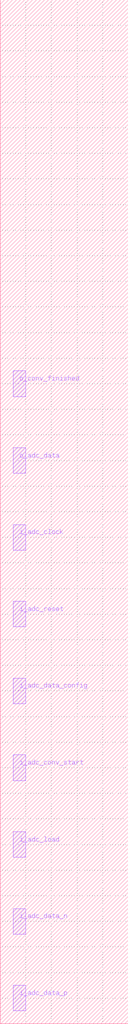
<source format=lef>
MACRO adc_module
  CLASS BLOCK ;
  FOREIGN adc_module ;
  ORIGIN 0.0 0.0 ;
  SIZE 50.0 BY 400.0 ;
  
  PIN i_adc_data_p
    DIRECTION INPUT ;
    USE SIGNAL ;
    ANTENNAGATEAREA 0.20 ;
    PORT
      LAYER met3 ;
      RECT 5.0 5.0 10.0 15.0 ;
    END
  END i_adc_data_p

  PIN i_adc_data_n
    DIRECTION INPUT ;
    USE SIGNAL ;
    ANTENNAGATEAREA 0.20 ;
    PORT
      LAYER met3 ;
      RECT 5.0 35.0 10.0 45.0 ;
    END
  END i_adc_data_n

  PIN i_adc_load
    DIRECTION INPUT ;
    USE SIGNAL ;
    ANTENNAGATEAREA 0.20 ;
    PORT
      LAYER met3 ;
      RECT 5.0 65.0 10.0 75.0 ;
    END
  END i_adc_load

  PIN i_adc_conv_start
    DIRECTION INPUT ;
    USE SIGNAL ;
    ANTENNAGATEAREA 0.20 ;
    PORT
      LAYER met3 ;
      RECT 5.0 95.0 10.0 105.0 ;
    END
  END i_adc_conv_start

  PIN i_adc_data_config
    DIRECTION INPUT ;
    USE SIGNAL ;
    ANTENNAGATEAREA 0.20 ;
    PORT
      LAYER met3 ;
      RECT 5.0 125.0 10.0 135.0 ;
    END
  END i_adc_data_config

  PIN i_adc_reset
    DIRECTION INPUT ;
    USE SIGNAL ;
    ANTENNAGATEAREA 0.20 ;
    PORT
      LAYER met3 ;
      RECT 5.0 155.0 10.0 165.0 ;
    END
  END i_adc_reset

  PIN i_adc_clock
    DIRECTION INPUT ;
    USE SIGNAL ;
    ANTENNAGATEAREA 0.20 ;
    PORT
      LAYER met3 ;
      RECT 5.0 185.0 10.0 195.0 ;
    END
  END i_adc_clock

  PIN o_adc_data
    DIRECTION OUTPUT ;
    USE SIGNAL ;
    ANTENNAGATEAREA 0.20 ;
    PORT
      LAYER met3 ;
      RECT 5.0 215.0 10.0 225.0 ;
    END
  END o_adc_data

  PIN o_conv_finished
    DIRECTION OUTPUT ;
    USE SIGNAL ;
    ANTENNAGATEAREA 0.20 ;
    PORT
      LAYER met3 ;
      RECT 5.0 245.0 10.0 255.0 ;
    END
  END o_conv_finished

END adc_module

</source>
